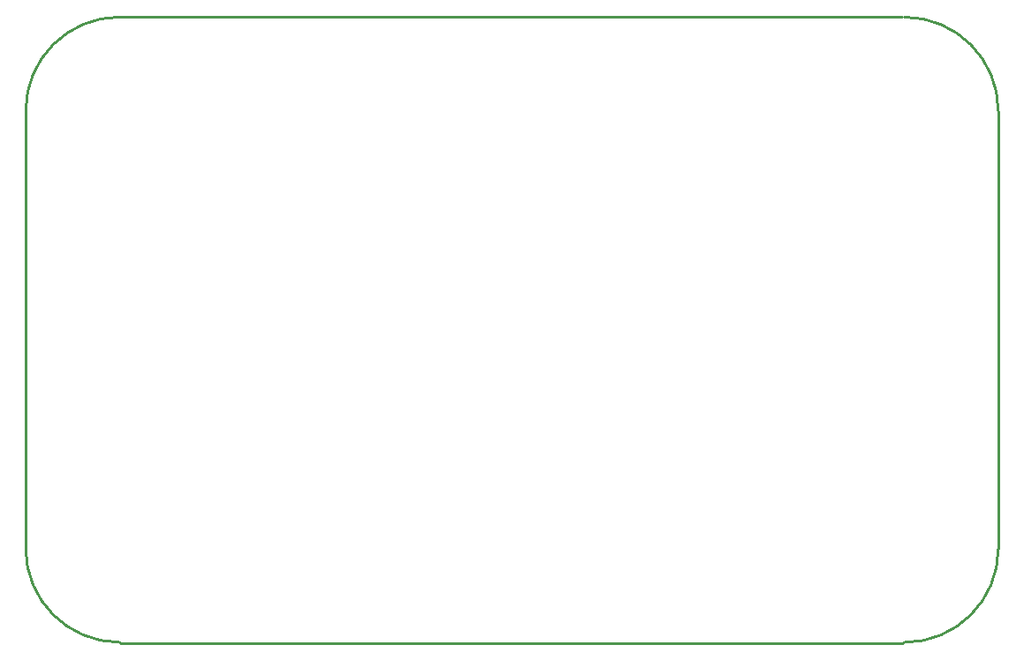
<source format=gko>
G04 Layer: BoardOutlineLayer*
G04 EasyEDA v6.5.51, 2025-10-20 22:37:19*
G04 c1d3492fca7d471c8217cd0e5b442f4a,12abd119770744df9ef097ef44d34389,10*
G04 Gerber Generator version 0.2*
G04 Scale: 100 percent, Rotated: No, Reflected: No *
G04 Dimensions in millimeters *
G04 leading zeros omitted , absolute positions ,4 integer and 5 decimal *
%FSLAX45Y45*%
%MOMM*%

%ADD10C,0.2540*%
%ADD11C,0.0131*%
D10*
X9448825Y5219702D02*
G01*
X9448825Y1019710D01*
X8534425Y114302D02*
G01*
X1034437Y114302D01*
X1028519Y6120688D02*
G01*
X8528509Y6120688D01*
X128526Y1020701D02*
G01*
X128526Y5220695D01*
G75*
G01*
X8548830Y6119696D02*
G02*
X9448828Y5219697I0J-899999D01*
G75*
G01*
X9448828Y1019706D02*
G02*
X8548830Y119708I-899998J0D01*
G75*
G01*
X1028522Y120701D02*
G02*
X128524Y1020699I0J899998D01*
G75*
G01*
X128524Y5220691D02*
G02*
X1028522Y6120689I899998J0D01*

%LPD*%
M02*

</source>
